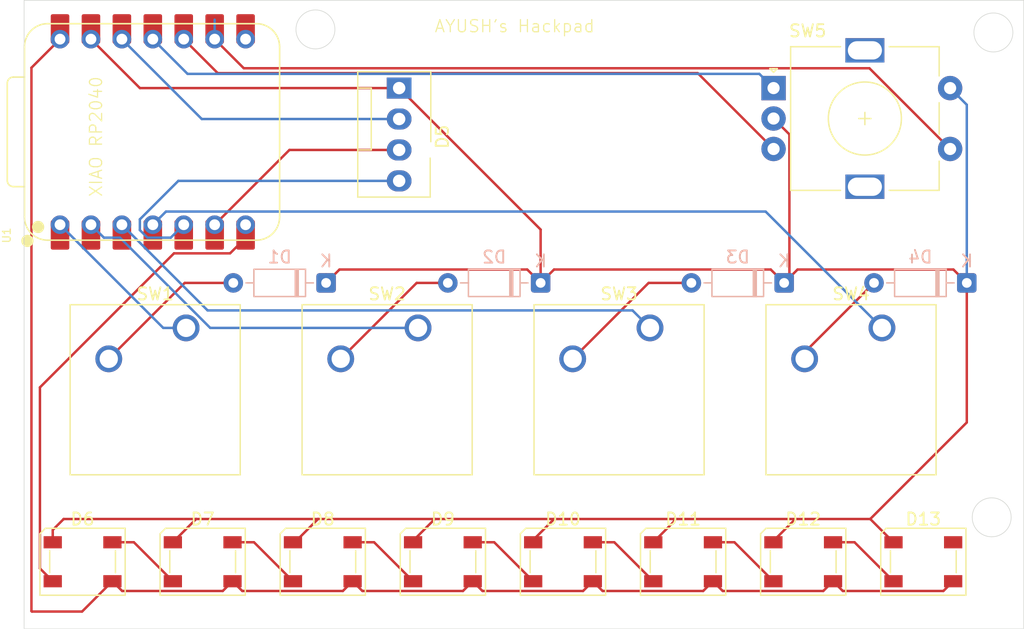
<source format=kicad_pcb>
(kicad_pcb (version 20241229) (generator "pcbnew") (generator_version "9.0")
  (layers (0 "F.Cu" signal) (2 "B.Cu" signal) (13 "F.Paste" user) (15 "B.Paste" user) (5 "F.SilkS" user "F.Silkscreen") (7 "B.SilkS" user "B.Silkscreen") (1 "F.Mask" user) (3 "B.Mask" user) (25 "Edge.Cuts" user))
  (net 0 "")
  (net 1 "+5V")
  (net 2 "GND")
  (net 3 "Net-(D6-DIN)")
  (net 4 "Net-(D1-A)")
  (net 5 "Net-(D2-A)")
  (net 6 "Net-(D3-A)")
  (net 7 "Net-(D4-A)")
  (net 8 "Net-(D6-DOUT)")
  (net 9 "Net-(D7-DOUT)")
  (net 10 "Net-(D8-DOUT)")
  (net 11 "Net-(D10-DIN)")
  (net 12 "Net-(D10-DOUT)")
  (net 13 "Net-(D11-DOUT)")
  (net 14 "Net-(D12-DOUT)")
  (net 16 "Net-(U1-GPIO26{slash}ADC0{slash}A0)")
  (net 17 "Net-(U1-GPIO27{slash}ADC1{slash}A1)")
  (net 18 "Net-(U1-GPIO28{slash}ADC2{slash}A2)")
  (net 19 "Net-(U1-GPIO29{slash}ADC3{slash}A3)")
  (net 20 "Net-(U1-GPIO3{slash}MOSI)")
  (net 21 "Net-(U1-GPIO4{slash}MISO)")
  (net 22 "Net-(U1-GPIO2{slash}SCK)")
  (net 23 "+3.3V")
  (net 25 "Net-(D5-SDA)")
  (net 26 "Net-(D5-SCL)")
  (footprint "LED_SMD:LED_SK6812_PLCC4_5.0x5.0mm_P3.2mm" (layer "F.Cu") (at 142.292429 97.709)
    (property "Reference" "D10" (at 0 -3.5 0) (layer "F.SilkS"))
    (property "Value" "SK6812")
    (fp_line (start -3.5 -2.3) (end -3.5 2.75) (stroke (width 0.12)) (layer "F.SilkS"))
    (fp_line (start -3.05 -2.75) (end -3.5 -2.3) (stroke (width 0.12)) (layer "F.SilkS"))
    (fp_line (start -2.7 -0.9) (end -2.7 0.9) (stroke (width 0.12)) (layer "F.SilkS"))
    (fp_line (start 2.7 -0.9) (end 2.7 0.9) (stroke (width 0.12)) (layer "F.SilkS"))
    (fp_line (start 3.5 -2.75) (end -3.05 -2.75) (stroke (width 0.12)) (layer "F.SilkS"))
    (fp_line (start 3.5 2.75) (end -3.5 2.75) (stroke (width 0.12)) (layer "F.SilkS"))
    (fp_line (start 3.5 2.75) (end 3.5 -2.75) (stroke (width 0.12)) (layer "F.SilkS"))
    (pad "1" smd rect (at -2.45 -1.6 180) (size 1.5 1) (layers "F.Cu" "F.Mask" "F.Paste") (net 2 "GND"))
    (pad "2" smd rect (at -2.45 1.6 180) (size 1.5 1) (layers "F.Cu" "F.Mask" "F.Paste") (net 11 "Net-(D10-DIN)"))
    (pad "3" smd rect (at 2.45 1.6 180) (size 1.5 1) (layers "F.Cu" "F.Mask" "F.Paste") (net 1 "+5V"))
    (pad "4" smd rect (at 2.45 -1.6 180) (size 1.5 1) (layers "F.Cu" "F.Mask" "F.Paste") (net 12 "Net-(D10-DOUT)"))
  )
  (footprint "LED_SMD:LED_SK6812_PLCC4_5.0x5.0mm_P3.2mm" (layer "F.Cu") (at 102.835286 97.709)
    (property "Reference" "D6" (at 0 -3.5 0) (layer "F.SilkS"))
    (property "Value" "SK6812")
    (fp_line (start -3.5 -2.3) (end -3.5 2.75) (stroke (width 0.12)) (layer "F.SilkS"))
    (fp_line (start -3.05 -2.75) (end -3.5 -2.3) (stroke (width 0.12)) (layer "F.SilkS"))
    (fp_line (start -2.7 -0.9) (end -2.7 0.9) (stroke (width 0.12)) (layer "F.SilkS"))
    (fp_line (start 2.7 -0.9) (end 2.7 0.9) (stroke (width 0.12)) (layer "F.SilkS"))
    (fp_line (start 3.5 -2.75) (end -3.05 -2.75) (stroke (width 0.12)) (layer "F.SilkS"))
    (fp_line (start 3.5 2.75) (end -3.5 2.75) (stroke (width 0.12)) (layer "F.SilkS"))
    (fp_line (start 3.5 2.75) (end 3.5 -2.75) (stroke (width 0.12)) (layer "F.SilkS"))
    (pad "1" smd rect (at -2.45 -1.6 180) (size 1.5 1) (layers "F.Cu" "F.Mask" "F.Paste") (net 2 "GND"))
    (pad "2" smd rect (at -2.45 1.6 180) (size 1.5 1) (layers "F.Cu" "F.Mask" "F.Paste") (net 3 "Net-(D6-DIN)"))
    (pad "3" smd rect (at 2.45 1.6 180) (size 1.5 1) (layers "F.Cu" "F.Mask" "F.Paste") (net 1 "+5V"))
    (pad "4" smd rect (at 2.45 -1.6 180) (size 1.5 1) (layers "F.Cu" "F.Mask" "F.Paste") (net 8 "Net-(D6-DOUT)"))
  )
  (footprint "LED_SMD:LED_SK6812_PLCC4_5.0x5.0mm_P3.2mm" (layer "F.Cu") (at 162.021 97.709)
    (property "Reference" "D12" (at 0 -3.5 0) (layer "F.SilkS"))
    (property "Value" "SK6812")
    (fp_line (start -3.5 -2.3) (end -3.5 2.75) (stroke (width 0.12)) (layer "F.SilkS"))
    (fp_line (start -3.05 -2.75) (end -3.5 -2.3) (stroke (width 0.12)) (layer "F.SilkS"))
    (fp_line (start -2.7 -0.9) (end -2.7 0.9) (stroke (width 0.12)) (layer "F.SilkS"))
    (fp_line (start 2.7 -0.9) (end 2.7 0.9) (stroke (width 0.12)) (layer "F.SilkS"))
    (fp_line (start 3.5 -2.75) (end -3.05 -2.75) (stroke (width 0.12)) (layer "F.SilkS"))
    (fp_line (start 3.5 2.75) (end -3.5 2.75) (stroke (width 0.12)) (layer "F.SilkS"))
    (fp_line (start 3.5 2.75) (end 3.5 -2.75) (stroke (width 0.12)) (layer "F.SilkS"))
    (pad "1" smd rect (at -2.45 -1.6 180) (size 1.5 1) (layers "F.Cu" "F.Mask" "F.Paste") (net 2 "GND"))
    (pad "2" smd rect (at -2.45 1.6 180) (size 1.5 1) (layers "F.Cu" "F.Mask" "F.Paste") (net 13 "Net-(D11-DOUT)"))
    (pad "3" smd rect (at 2.45 1.6 180) (size 1.5 1) (layers "F.Cu" "F.Mask" "F.Paste") (net 1 "+5V"))
    (pad "4" smd rect (at 2.45 -1.6 180) (size 1.5 1) (layers "F.Cu" "F.Mask" "F.Paste") (net 14 "Net-(D12-DOUT)"))
  )
  (footprint "Rotary_Encoder:RotaryEncoder_Alps_EC11E-Switch_Vertical_H20mm" (layer "F.Cu") (at 159.585286 58.809)
    (property "Reference" "SW5" (at 2.8 -4.7 0) (layer "F.SilkS"))
    (property "Value" "RotaryEncoder_Switch")
    (fp_line (start -0.3 -1.6) (end 0.3 -1.6) (stroke (width 0.12)) (layer "F.SilkS"))
    (fp_line (start 0 -1.3) (end -0.3 -1.6) (stroke (width 0.12)) (layer "F.SilkS"))
    (fp_line (start 0.3 -1.6) (end 0 -1.3) (stroke (width 0.12)) (layer "F.SilkS"))
    (fp_line (start 1.4 -3.4) (end 1.4 8.4) (stroke (width 0.12)) (layer "F.SilkS"))
    (fp_line (start 5.5 -3.4) (end 1.4 -3.4) (stroke (width 0.12)) (layer "F.SilkS"))
    (fp_line (start 5.5 8.4) (end 1.4 8.4) (stroke (width 0.12)) (layer "F.SilkS"))
    (fp_line (start 7 2.5) (end 8 2.5) (stroke (width 0.12)) (layer "F.SilkS"))
    (fp_line (start 7.5 2) (end 7.5 3) (stroke (width 0.12)) (layer "F.SilkS"))
    (fp_line (start 9.5 -3.4) (end 13.6 -3.4) (stroke (width 0.12)) (layer "F.SilkS"))
    (fp_line (start 13.6 -3.4) (end 13.6 -1) (stroke (width 0.12)) (layer "F.SilkS"))
    (fp_line (start 13.6 1.2) (end 13.6 3.8) (stroke (width 0.12)) (layer "F.SilkS"))
    (fp_line (start 13.6 6) (end 13.6 8.4) (stroke (width 0.12)) (layer "F.SilkS"))
    (fp_line (start 13.6 8.4) (end 9.5 8.4) (stroke (width 0.12)) (layer "F.SilkS"))
    (fp_circle (center 7.5 2.5) (end 10.5 2.5) (stroke (width 0.12)) (fill no) (layer "F.SilkS"))
    (pad "A" thru_hole rect (at 0 0) (size 2 2) (drill 1) (layers "*.Cu" "*.Mask") (net 20 "Net-(U1-GPIO3{slash}MOSI)"))
    (pad "B" thru_hole circle (at 0 5) (size 2 2) (drill 1) (layers "*.Cu" "*.Mask") (net 21 "Net-(U1-GPIO4{slash}MISO)"))
    (pad "C" thru_hole circle (at 0 2.5) (size 2 2) (drill 1) (layers "*.Cu" "*.Mask") (net 2 "GND"))
    (pad "MP" thru_hole rect (at 7.5 -3.1) (size 3.2 2) (drill oval 2.8 1.5) (layers "*.Cu" "*.Mask"))
    (pad "MP" thru_hole rect (at 7.5 8.1) (size 3.2 2) (drill oval 2.8 1.5) (layers "*.Cu" "*.Mask"))
    (pad "S1" thru_hole circle (at 14.5 5) (size 2 2) (drill 1) (layers "*.Cu" "*.Mask") (net 22 "Net-(U1-GPIO2{slash}SCK)"))
    (pad "S2" thru_hole circle (at 14.5 0) (size 2 2) (drill 1) (layers "*.Cu" "*.Mask") (net 2 "GND"))
  )
  (footprint "Button_Switch_Keyboard:SW_Cherry_MX_1.00u_PCB" (layer "F.Cu") (at 149.437786 78.504)
    (property "Reference" "SW3" (at -2.54 -2.794 0) (layer "F.SilkS"))
    (property "Value" "SW_Push")
    (fp_line (start -9.525 -1.905) (end 4.445 -1.905) (stroke (width 0.12)) (layer "F.SilkS"))
    (fp_line (start -9.525 12.065) (end -9.525 -1.905) (stroke (width 0.12)) (layer "F.SilkS"))
    (fp_line (start 4.445 -1.905) (end 4.445 12.065) (stroke (width 0.12)) (layer "F.SilkS"))
    (fp_line (start 4.445 12.065) (end -9.525 12.065) (stroke (width 0.12)) (layer "F.SilkS"))
    (pad "" np_thru_hole circle (at -7.62 5.08) (size 1.7 1.7) (drill 1.7) (layers "*.Cu" "*.Mask"))
    (pad "" np_thru_hole circle (at -2.54 5.08) (size 4 4) (drill 4) (layers "*.Cu" "*.Mask"))
    (pad "" np_thru_hole circle (at 2.54 5.08) (size 1.7 1.7) (drill 1.7) (layers "*.Cu" "*.Mask"))
    (pad "1" thru_hole circle (at 0 0) (size 2.2 2.2) (drill 1.5) (layers "*.Cu" "*.Mask") (net 18 "Net-(U1-GPIO28{slash}ADC2{slash}A2)"))
    (pad "2" thru_hole circle (at -6.35 2.54) (size 2.2 2.2) (drill 1.5) (layers "*.Cu" "*.Mask") (net 6 "Net-(D3-A)"))
  )
  (footprint "LED_SMD:LED_SK6812_PLCC4_5.0x5.0mm_P3.2mm" (layer "F.Cu") (at 171.885286 97.709)
    (property "Reference" "D13" (at 0 -3.5 0) (layer "F.SilkS"))
    (property "Value" "SK6812")
    (fp_line (start -3.5 -2.3) (end -3.5 2.75) (stroke (width 0.12)) (layer "F.SilkS"))
    (fp_line (start -3.05 -2.75) (end -3.5 -2.3) (stroke (width 0.12)) (layer "F.SilkS"))
    (fp_line (start -2.7 -0.9) (end -2.7 0.9) (stroke (width 0.12)) (layer "F.SilkS"))
    (fp_line (start 2.7 -0.9) (end 2.7 0.9) (stroke (width 0.12)) (layer "F.SilkS"))
    (fp_line (start 3.5 -2.75) (end -3.05 -2.75) (stroke (width 0.12)) (layer "F.SilkS"))
    (fp_line (start 3.5 2.75) (end -3.5 2.75) (stroke (width 0.12)) (layer "F.SilkS"))
    (fp_line (start 3.5 2.75) (end 3.5 -2.75) (stroke (width 0.12)) (layer "F.SilkS"))
    (pad "1" smd rect (at -2.45 -1.6 180) (size 1.5 1) (layers "F.Cu" "F.Mask" "F.Paste") (net 2 "GND"))
    (pad "2" smd rect (at -2.45 1.6 180) (size 1.5 1) (layers "F.Cu" "F.Mask" "F.Paste") (net 14 "Net-(D12-DOUT)"))
    (pad "3" smd rect (at 2.45 1.6 180) (size 1.5 1) (layers "F.Cu" "F.Mask" "F.Paste") (net 1 "+5V"))
    (pad "4" smd rect (at 2.45 -1.6 180) (size 1.5 1) (layers "F.Cu" "F.Mask" "F.Paste"))
  )
  (footprint "LED_SMD:LED_SK6812_PLCC4_5.0x5.0mm_P3.2mm" (layer "F.Cu") (at 122.563857 97.709)
    (property "Reference" "D8" (at 0 -3.5 0) (layer "F.SilkS"))
    (property "Value" "SK6812")
    (fp_line (start -3.5 -2.3) (end -3.5 2.75) (stroke (width 0.12)) (layer "F.SilkS"))
    (fp_line (start -3.05 -2.75) (end -3.5 -2.3) (stroke (width 0.12)) (layer "F.SilkS"))
    (fp_line (start -2.7 -0.9) (end -2.7 0.9) (stroke (width 0.12)) (layer "F.SilkS"))
    (fp_line (start 2.7 -0.9) (end 2.7 0.9) (stroke (width 0.12)) (layer "F.SilkS"))
    (fp_line (start 3.5 -2.75) (end -3.05 -2.75) (stroke (width 0.12)) (layer "F.SilkS"))
    (fp_line (start 3.5 2.75) (end -3.5 2.75) (stroke (width 0.12)) (layer "F.SilkS"))
    (fp_line (start 3.5 2.75) (end 3.5 -2.75) (stroke (width 0.12)) (layer "F.SilkS"))
    (pad "1" smd rect (at -2.45 -1.6 180) (size 1.5 1) (layers "F.Cu" "F.Mask" "F.Paste") (net 2 "GND"))
    (pad "2" smd rect (at -2.45 1.6 180) (size 1.5 1) (layers "F.Cu" "F.Mask" "F.Paste") (net 9 "Net-(D7-DOUT)"))
    (pad "3" smd rect (at 2.45 1.6 180) (size 1.5 1) (layers "F.Cu" "F.Mask" "F.Paste") (net 1 "+5V"))
    (pad "4" smd rect (at 2.45 -1.6 180) (size 1.5 1) (layers "F.Cu" "F.Mask" "F.Paste") (net 10 "Net-(D8-DOUT)"))
  )
  (footprint "LED_SMD:LED_SK6812_PLCC4_5.0x5.0mm_P3.2mm" (layer "F.Cu") (at 132.428143 97.709)
    (property "Reference" "D9" (at 0 -3.5 0) (layer "F.SilkS"))
    (property "Value" "SK6812")
    (fp_line (start -3.5 -2.3) (end -3.5 2.75) (stroke (width 0.12)) (layer "F.SilkS"))
    (fp_line (start -3.05 -2.75) (end -3.5 -2.3) (stroke (width 0.12)) (layer "F.SilkS"))
    (fp_line (start -2.7 -0.9) (end -2.7 0.9) (stroke (width 0.12)) (layer "F.SilkS"))
    (fp_line (start 2.7 -0.9) (end 2.7 0.9) (stroke (width 0.12)) (layer "F.SilkS"))
    (fp_line (start 3.5 -2.75) (end -3.05 -2.75) (stroke (width 0.12)) (layer "F.SilkS"))
    (fp_line (start 3.5 2.75) (end -3.5 2.75) (stroke (width 0.12)) (layer "F.SilkS"))
    (fp_line (start 3.5 2.75) (end 3.5 -2.75) (stroke (width 0.12)) (layer "F.SilkS"))
    (pad "1" smd rect (at -2.45 -1.6 180) (size 1.5 1) (layers "F.Cu" "F.Mask" "F.Paste") (net 2 "GND"))
    (pad "2" smd rect (at -2.45 1.6 180) (size 1.5 1) (layers "F.Cu" "F.Mask" "F.Paste") (net 10 "Net-(D8-DOUT)"))
    (pad "3" smd rect (at 2.45 1.6 180) (size 1.5 1) (layers "F.Cu" "F.Mask" "F.Paste") (net 1 "+5V"))
    (pad "4" smd rect (at 2.45 -1.6 180) (size 1.5 1) (layers "F.Cu" "F.Mask" "F.Paste") (net 11 "Net-(D10-DIN)"))
  )
  (footprint "LED_SMD:LED_SK6812_PLCC4_5.0x5.0mm_P3.2mm" (layer "F.Cu") (at 152.156715 97.709)
    (property "Reference" "D11" (at 0 -3.5 0) (layer "F.SilkS"))
    (property "Value" "SK6812")
    (fp_line (start -3.5 -2.3) (end -3.5 2.75) (stroke (width 0.12)) (layer "F.SilkS"))
    (fp_line (start -3.05 -2.75) (end -3.5 -2.3) (stroke (width 0.12)) (layer "F.SilkS"))
    (fp_line (start -2.7 -0.9) (end -2.7 0.9) (stroke (width 0.12)) (layer "F.SilkS"))
    (fp_line (start 2.7 -0.9) (end 2.7 0.9) (stroke (width 0.12)) (layer "F.SilkS"))
    (fp_line (start 3.5 -2.75) (end -3.05 -2.75) (stroke (width 0.12)) (layer "F.SilkS"))
    (fp_line (start 3.5 2.75) (end -3.5 2.75) (stroke (width 0.12)) (layer "F.SilkS"))
    (fp_line (start 3.5 2.75) (end 3.5 -2.75) (stroke (width 0.12)) (layer "F.SilkS"))
    (pad "1" smd rect (at -2.45 -1.6 180) (size 1.5 1) (layers "F.Cu" "F.Mask" "F.Paste") (net 2 "GND"))
    (pad "2" smd rect (at -2.45 1.6 180) (size 1.5 1) (layers "F.Cu" "F.Mask" "F.Paste") (net 12 "Net-(D10-DOUT)"))
    (pad "3" smd rect (at 2.45 1.6 180) (size 1.5 1) (layers "F.Cu" "F.Mask" "F.Paste") (net 1 "+5V"))
    (pad "4" smd rect (at 2.45 -1.6 180) (size 1.5 1) (layers "F.Cu" "F.Mask" "F.Paste") (net 13 "Net-(D11-DOUT)"))
  )
  (footprint "Button_Switch_Keyboard:SW_Cherry_MX_1.00u_PCB" (layer "F.Cu") (at 130.387786 78.504)
    (property "Reference" "SW2" (at -2.54 -2.794 0) (layer "F.SilkS"))
    (property "Value" "SW_Push")
    (fp_line (start -9.525 -1.905) (end 4.445 -1.905) (stroke (width 0.12)) (layer "F.SilkS"))
    (fp_line (start -9.525 12.065) (end -9.525 -1.905) (stroke (width 0.12)) (layer "F.SilkS"))
    (fp_line (start 4.445 -1.905) (end 4.445 12.065) (stroke (width 0.12)) (layer "F.SilkS"))
    (fp_line (start 4.445 12.065) (end -9.525 12.065) (stroke (width 0.12)) (layer "F.SilkS"))
    (pad "" np_thru_hole circle (at -7.62 5.08) (size 1.7 1.7) (drill 1.7) (layers "*.Cu" "*.Mask"))
    (pad "" np_thru_hole circle (at -2.54 5.08) (size 4 4) (drill 4) (layers "*.Cu" "*.Mask"))
    (pad "" np_thru_hole circle (at 2.54 5.08) (size 1.7 1.7) (drill 1.7) (layers "*.Cu" "*.Mask"))
    (pad "1" thru_hole circle (at 0 0) (size 2.2 2.2) (drill 1.5) (layers "*.Cu" "*.Mask") (net 17 "Net-(U1-GPIO27{slash}ADC1{slash}A1)"))
    (pad "2" thru_hole circle (at -6.35 2.54) (size 2.2 2.2) (drill 1.5) (layers "*.Cu" "*.Mask") (net 5 "Net-(D2-A)"))
  )
  (footprint "Seeed Studio XIAO Series Library:XIAO-RP2040-DIP" (layer "F.Cu") (at 108.603786 62.409 90)
    (property "Reference" "U1" (at -8.5 -12 90) (layer "F.SilkS") (effects (font (size 0.635 0.635) (thickness 0.1016))))
    (property "Value" "XIAO-RP2040-DIP")
    (fp_line (start -3.991272 -11.951) (end 4.004 -11.951) (stroke (width 0.127)) (layer "F.SilkS"))
    (fp_line (start 4.504 -11.451) (end 4.504 -10.541) (stroke (width 0.127)) (layer "F.SilkS"))
    (fp_line (start 6.985 -10.541) (end -6.985 -10.541) (stroke (width 0.1)) (layer "F.SilkS"))
    (fp_line (start 6.985 -10.541) (end -6.985 -10.541) (stroke (width 0.127)) (layer "F.SilkS"))
    (fp_line (start -4.495 -10.541) (end -4.491272 -11.451272) (stroke (width 0.127)) (layer "F.SilkS"))
    (fp_line (start 8.89 8.509) (end 8.89 -8.636) (stroke (width 0.127)) (layer "F.SilkS"))
    (fp_line (start -8.89 8.509) (end -8.89 -8.636) (stroke (width 0.127)) (layer "F.SilkS"))
    (fp_line (start -6.985 10.414) (end 6.985 10.414) (stroke (width 0.127)) (layer "F.SilkS"))
    (fp_arc (start 4.004 -11.951) (mid 4.357553 -11.804553) (end 4.504 -11.451) (stroke (width 0.127)) (layer "F.SilkS"))
    (fp_arc (start -4.491272 -11.451272) (mid -4.344728 -11.80464) (end -3.991272 -11.951) (stroke (width 0.127)) (layer "F.SilkS"))
    (fp_arc (start 6.985 -10.541) (mid 8.332038 -9.983038) (end 8.89 -8.636) (stroke (width 0.127)) (layer "F.SilkS"))
    (fp_arc (start -8.89 -8.636) (mid -8.332038 -9.983038) (end -6.985 -10.541) (stroke (width 0.127)) (layer "F.SilkS"))
    (fp_arc (start 8.89 8.509) (mid 8.332038 9.856038) (end 6.985 10.414) (stroke (width 0.127)) (layer "F.SilkS"))
    (fp_arc (start -6.985 10.414) (mid -8.332038 9.856038) (end -8.89 8.509) (stroke (width 0.127)) (layer "F.SilkS"))
    (fp_circle (center -8.95 -10.3) (end -8.95 -10.554) (stroke (width 0.5)) (fill yes) (layer "F.SilkS"))
    (fp_circle (center -7.807 -9.42) (end -7.807 -9.674) (stroke (width 0.5)) (fill yes) (layer "F.SilkS"))
    (pad "1" smd roundrect (at -8.455 -7.62 270) (size 2.432 1.524) (layers "F.Cu" "F.Mask") (roundrect_rratio 0.1) (net 16 "Net-(U1-GPIO26{slash}ADC0{slash}A0)"))
    (pad "1" thru_hole circle (at -7.62 -7.62 270) (size 1.524 1.524) (drill 0.889) (layers "*.Cu" "*.Mask") (net 16 "Net-(U1-GPIO26{slash}ADC0{slash}A0)"))
    (pad "2" smd roundrect (at -8.455 -5.08 270) (size 2.432 1.524) (layers "F.Cu" "F.Mask") (roundrect_rratio 0.1) (net 17 "Net-(U1-GPIO27{slash}ADC1{slash}A1)"))
    (pad "2" thru_hole circle (at -7.62 -5.08 270) (size 1.524 1.524) (drill 0.889) (layers "*.Cu" "*.Mask") (net 17 "Net-(U1-GPIO27{slash}ADC1{slash}A1)"))
    (pad "3" smd roundrect (at -8.455 -2.54 270) (size 2.432 1.524) (layers "F.Cu" "F.Mask") (roundrect_rratio 0.1) (net 18 "Net-(U1-GPIO28{slash}ADC2{slash}A2)"))
    (pad "3" thru_hole circle (at -7.62 -2.54 270) (size 1.524 1.524) (drill 0.889) (layers "*.Cu" "*.Mask") (net 18 "Net-(U1-GPIO28{slash}ADC2{slash}A2)"))
    (pad "4" smd roundrect (at -8.455 0 270) (size 2.432 1.524) (layers "F.Cu" "F.Mask") (roundrect_rratio 0.1) (net 19 "Net-(U1-GPIO29{slash}ADC3{slash}A3)"))
    (pad "4" thru_hole circle (at -7.62 0 270) (size 1.524 1.524) (drill 0.889) (layers "*.Cu" "*.Mask") (net 19 "Net-(U1-GPIO29{slash}ADC3{slash}A3)"))
    (pad "5" smd roundrect (at -8.455 2.54 270) (size 2.432 1.524) (layers "F.Cu" "F.Mask") (roundrect_rratio 0.1) (net 25 "Net-(D5-SDA)"))
    (pad "5" thru_hole circle (at -7.62 2.54 270) (size 1.524 1.524) (drill 0.889) (layers "*.Cu" "*.Mask") (net 25 "Net-(D5-SDA)"))
    (pad "6" smd roundrect (at -8.455 5.08 270) (size 2.432 1.524) (layers "F.Cu" "F.Mask") (roundrect_rratio 0.1) (net 26 "Net-(D5-SCL)"))
    (pad "6" thru_hole circle (at -7.62 5.08 270) (size 1.524 1.524) (drill 0.889) (layers "*.Cu" "*.Mask") (net 26 "Net-(D5-SCL)"))
    (pad "7" smd roundrect (at -8.455 7.62 270) (size 2.432 1.524) (layers "F.Cu" "F.Mask") (roundrect_rratio 0.1) (net 3 "Net-(D6-DIN)"))
    (pad "7" thru_hole circle (at -7.62 7.62 270) (size 1.524 1.524) (drill 0.889) (layers "*.Cu" "*.Mask") (net 3 "Net-(D6-DIN)"))
    (pad "8" thru_hole circle (at 7.62 7.62 90) (size 1.524 1.524) (drill 0.889) (layers "*.Cu" "*.Mask"))
    (pad "8" smd roundrect (at 8.455 7.62 90) (size 2.432 1.524) (layers "F.Cu" "F.Mask") (roundrect_rratio 0.1))
    (pad "9" thru_hole circle (at 7.62 5.08 90) (size 1.524 1.524) (drill 0.889) (layers "*.Cu" "*.Mask") (net 22 "Net-(U1-GPIO2{slash}SCK)"))
    (pad "9" smd roundrect (at 8.455 5.08 90) (size 2.432 1.524) (layers "F.Cu" "F.Mask") (roundrect_rratio 0.1) (net 22 "Net-(U1-GPIO2{slash}SCK)"))
    (pad "10" thru_hole circle (at 7.62 2.54 90) (size 1.524 1.524) (drill 0.889) (layers "*.Cu" "*.Mask") (net 21 "Net-(U1-GPIO4{slash}MISO)"))
    (pad "10" smd roundrect (at 8.455 2.54 90) (size 2.432 1.524) (layers "F.Cu" "F.Mask") (roundrect_rratio 0.1) (net 21 "Net-(U1-GPIO4{slash}MISO)"))
    (pad "11" thru_hole circle (at 7.62 0 90) (size 1.524 1.524) (drill 0.889) (layers "*.Cu" "*.Mask") (net 20 "Net-(U1-GPIO3{slash}MOSI)"))
    (pad "11" smd roundrect (at 8.455 0 90) (size 2.432 1.524) (layers "F.Cu" "F.Mask") (roundrect_rratio 0.1) (net 20 "Net-(U1-GPIO3{slash}MOSI)"))
    (pad "12" thru_hole circle (at 7.62 -2.54 90) (size 1.524 1.524) (drill 0.889) (layers "*.Cu" "*.Mask") (net 23 "+3.3V"))
    (pad "12" smd roundrect (at 8.455 -2.54 90) (size 2.432 1.524) (layers "F.Cu" "F.Mask") (roundrect_rratio 0.1) (net 23 "+3.3V"))
    (pad "13" thru_hole circle (at 7.62 -5.08 90) (size 1.524 1.524) (drill 0.889) (layers "*.Cu" "*.Mask") (net 2 "GND"))
    (pad "13" smd roundrect (at 8.455 -5.08 90) (size 2.432 1.524) (layers "F.Cu" "F.Mask") (roundrect_rratio 0.1) (net 2 "GND"))
    (pad "14" thru_hole circle (at 7.62 -7.62 90) (size 1.524 1.524) (drill 0.889) (layers "*.Cu" "*.Mask") (net 1 "+5V"))
    (pad "14" smd roundrect (at 8.455 -7.62 90) (size 2.432 1.524) (layers "F.Cu" "F.Mask") (roundrect_rratio 0.1) (net 1 "+5V"))
  )
  (footprint "Connector:FanPinHeader_1x04_P2.54mm_Vertical" (layer "F.Cu") (at 128.835286 58.809 -90)
    (property "Reference" "D5" (at 4 -3.55 270) (layer "F.SilkS"))
    (property "Value" "OLED_0.91_I2C")
    (fp_line (start -1.35 3.4) (end -1.35 -2.6) (stroke (width 0.12)) (layer "F.SilkS"))
    (fp_line (start 8.95 3.4) (end -1.35 3.4) (stroke (width 0.12)) (layer "F.SilkS"))
    (fp_line (start 0 3.3) (end 0 2.29) (stroke (width 0.12)) (layer "F.SilkS"))
    (fp_line (start 0 2.29) (end 5.08 2.29) (stroke (width 0.12)) (layer "F.SilkS"))
    (fp_line (start 5.08 2.29) (end 5.08 3.3) (stroke (width 0.12)) (layer "F.SilkS"))
    (fp_line (start 5.75 -2.55) (end 8.95 -2.55) (stroke (width 0.12)) (layer "F.SilkS"))
    (fp_line (start 8.95 -2.55) (end 8.95 3.4) (stroke (width 0.12)) (layer "F.SilkS"))
    (fp_line (start -1.35 -2.6) (end 4.4 -2.6) (stroke (width 0.12)) (layer "F.SilkS"))
    (pad "" np_thru_hole circle (at 5.08 -2.16) (size 1.1 1.1) (drill 1.1) (layers "*.Cu" "*.Mask"))
    (pad "1" thru_hole rect (at 0 0) (size 2.03 1.73) (drill 1.02) (layers "*.Cu" "*.Mask") (net 2 "GND"))
    (pad "2" thru_hole oval (at 2.54 0) (size 2.03 1.73) (drill 1.02) (layers "*.Cu" "*.Mask") (net 23 "+3.3V"))
    (pad "3" thru_hole oval (at 5.08 0) (size 2.03 1.73) (drill 1.02) (layers "*.Cu" "*.Mask") (net 26 "Net-(D5-SCL)"))
    (pad "4" thru_hole oval (at 7.62 0) (size 2.03 1.73) (drill 1.02) (layers "*.Cu" "*.Mask") (net 25 "Net-(D5-SDA)"))
  )
  (footprint "Button_Switch_Keyboard:SW_Cherry_MX_1.00u_PCB" (layer "F.Cu") (at 111.337786 78.504)
    (property "Reference" "SW1" (at -2.54 -2.794 0) (layer "F.SilkS"))
    (property "Value" "SW_Push")
    (fp_line (start -9.525 -1.905) (end 4.445 -1.905) (stroke (width 0.12)) (layer "F.SilkS"))
    (fp_line (start -9.525 12.065) (end -9.525 -1.905) (stroke (width 0.12)) (layer "F.SilkS"))
    (fp_line (start 4.445 -1.905) (end 4.445 12.065) (stroke (width 0.12)) (layer "F.SilkS"))
    (fp_line (start 4.445 12.065) (end -9.525 12.065) (stroke (width 0.12)) (layer "F.SilkS"))
    (pad "" np_thru_hole circle (at -7.62 5.08) (size 1.7 1.7) (drill 1.7) (layers "*.Cu" "*.Mask"))
    (pad "" np_thru_hole circle (at -2.54 5.08) (size 4 4) (drill 4) (layers "*.Cu" "*.Mask"))
    (pad "" np_thru_hole circle (at 2.54 5.08) (size 1.7 1.7) (drill 1.7) (layers "*.Cu" "*.Mask"))
    (pad "1" thru_hole circle (at 0 0) (size 2.2 2.2) (drill 1.5) (layers "*.Cu" "*.Mask") (net 16 "Net-(U1-GPIO26{slash}ADC0{slash}A0)"))
    (pad "2" thru_hole circle (at -6.35 2.54) (size 2.2 2.2) (drill 1.5) (layers "*.Cu" "*.Mask") (net 4 "Net-(D1-A)"))
  )
  (footprint "Button_Switch_Keyboard:SW_Cherry_MX_1.00u_PCB" (layer "F.Cu") (at 168.487786 78.504)
    (property "Reference" "SW4" (at -2.54 -2.794 0) (layer "F.SilkS"))
    (property "Value" "SW_Push")
    (fp_line (start -9.525 -1.905) (end 4.445 -1.905) (stroke (width 0.12)) (layer "F.SilkS"))
    (fp_line (start -9.525 12.065) (end -9.525 -1.905) (stroke (width 0.12)) (layer "F.SilkS"))
    (fp_line (start 4.445 -1.905) (end 4.445 12.065) (stroke (width 0.12)) (layer "F.SilkS"))
    (fp_line (start 4.445 12.065) (end -9.525 12.065) (stroke (width 0.12)) (layer "F.SilkS"))
    (pad "" np_thru_hole circle (at -7.62 5.08) (size 1.7 1.7) (drill 1.7) (layers "*.Cu" "*.Mask"))
    (pad "" np_thru_hole circle (at -2.54 5.08) (size 4 4) (drill 4) (layers "*.Cu" "*.Mask"))
    (pad "" np_thru_hole circle (at 2.54 5.08) (size 1.7 1.7) (drill 1.7) (layers "*.Cu" "*.Mask"))
    (pad "1" thru_hole circle (at 0 0) (size 2.2 2.2) (drill 1.5) (layers "*.Cu" "*.Mask") (net 19 "Net-(U1-GPIO29{slash}ADC3{slash}A3)"))
    (pad "2" thru_hole circle (at -6.35 2.54) (size 2.2 2.2) (drill 1.5) (layers "*.Cu" "*.Mask") (net 7 "Net-(D4-A)"))
  )
  (footprint "LED_SMD:LED_SK6812_PLCC4_5.0x5.0mm_P3.2mm" (layer "F.Cu") (at 112.699572 97.709)
    (property "Reference" "D7" (at 0 -3.5 0) (layer "F.SilkS"))
    (property "Value" "SK6812")
    (fp_line (start -3.5 -2.3) (end -3.5 2.75) (stroke (width 0.12)) (layer "F.SilkS"))
    (fp_line (start -3.05 -2.75) (end -3.5 -2.3) (stroke (width 0.12)) (layer "F.SilkS"))
    (fp_line (start -2.7 -0.9) (end -2.7 0.9) (stroke (width 0.12)) (layer "F.SilkS"))
    (fp_line (start 2.7 -0.9) (end 2.7 0.9) (stroke (width 0.12)) (layer "F.SilkS"))
    (fp_line (start 3.5 -2.75) (end -3.05 -2.75) (stroke (width 0.12)) (layer "F.SilkS"))
    (fp_line (start 3.5 2.75) (end -3.5 2.75) (stroke (width 0.12)) (layer "F.SilkS"))
    (fp_line (start 3.5 2.75) (end 3.5 -2.75) (stroke (width 0.12)) (layer "F.SilkS"))
    (pad "1" smd rect (at -2.45 -1.6 180) (size 1.5 1) (layers "F.Cu" "F.Mask" "F.Paste") (net 2 "GND"))
    (pad "2" smd rect (at -2.45 1.6 180) (size 1.5 1) (layers "F.Cu" "F.Mask" "F.Paste") (net 8 "Net-(D6-DOUT)"))
    (pad "3" smd rect (at 2.45 1.6 180) (size 1.5 1) (layers "F.Cu" "F.Mask" "F.Paste") (net 1 "+5V"))
    (pad "4" smd rect (at 2.45 -1.6 180) (size 1.5 1) (layers "F.Cu" "F.Mask" "F.Paste") (net 9 "Net-(D7-DOUT)"))
  )
  (footprint "Diode_THT:D_DO-35_SOD27_P7.62mm_Horizontal" (layer "B.Cu") (at 140.455286 74.809 180)
    (property "Reference" "D2" (at 3.81 2.12 0) (layer "B.SilkS") (effects (justify mirror)))
    (property "Value" "1N4148")
    (fp_line (start 6.58 0) (end 5.93 0) (stroke (width 0.12)) (layer "B.SilkS"))
    (fp_line (start 2.53 1.12) (end 2.53 -1.12) (stroke (width 0.12)) (layer "B.SilkS"))
    (fp_line (start 2.41 1.12) (end 2.41 -1.12) (stroke (width 0.12)) (layer "B.SilkS"))
    (fp_line (start 2.29 1.12) (end 2.29 -1.12) (stroke (width 0.12)) (layer "B.SilkS"))
    (fp_line (start 1.04 0) (end 1.69 0) (stroke (width 0.12)) (layer "B.SilkS"))
    (fp_rect (start 1.69 1.12) (end 5.93 -1.12) (stroke (width 0.12)) (fill no) (layer "B.SilkS"))
    (fp_text user "K" (at 0 1.8 0) (layer "B.SilkS") (effects (justify mirror)))
    (pad "1" thru_hole roundrect (at 0 0 180) (size 1.6 1.6) (drill 0.8) (layers "*.Cu" "*.Mask") (roundrect_rratio 0.15625) (net 2 "GND"))
    (pad "2" thru_hole circle (at 7.62 0 180) (size 1.6 1.6) (drill 0.8) (layers "*.Cu" "*.Mask") (net 5 "Net-(D2-A)"))
  )
  (footprint "Diode_THT:D_DO-35_SOD27_P7.62mm_Horizontal" (layer "B.Cu") (at 175.455286 74.809 180)
    (property "Reference" "D4" (at 3.81 2.12 0) (layer "B.SilkS") (effects (justify mirror)))
    (property "Value" "1N4148")
    (fp_line (start 6.58 0) (end 5.93 0) (stroke (width 0.12)) (layer "B.SilkS"))
    (fp_line (start 2.53 1.12) (end 2.53 -1.12) (stroke (width 0.12)) (layer "B.SilkS"))
    (fp_line (start 2.41 1.12) (end 2.41 -1.12) (stroke (width 0.12)) (layer "B.SilkS"))
    (fp_line (start 2.29 1.12) (end 2.29 -1.12) (stroke (width 0.12)) (layer "B.SilkS"))
    (fp_line (start 1.04 0) (end 1.69 0) (stroke (width 0.12)) (layer "B.SilkS"))
    (fp_rect (start 1.69 1.12) (end 5.93 -1.12) (stroke (width 0.12)) (fill no) (layer "B.SilkS"))
    (fp_text user "K" (at 0 1.8 0) (layer "B.SilkS") (effects (justify mirror)))
    (pad "1" thru_hole roundrect (at 0 0 180) (size 1.6 1.6) (drill 0.8) (layers "*.Cu" "*.Mask") (roundrect_rratio 0.15625) (net 2 "GND"))
    (pad "2" thru_hole circle (at 7.62 0 180) (size 1.6 1.6) (drill 0.8) (layers "*.Cu" "*.Mask") (net 7 "Net-(D4-A)"))
  )
  (footprint "Diode_THT:D_DO-35_SOD27_P7.62mm_Horizontal" (layer "B.Cu") (at 122.835286 74.809 180)
    (property "Reference" "D1" (at 3.81 2.12 0) (layer "B.SilkS") (effects (justify mirror)))
    (property "Value" "1N4148")
    (fp_line (start 6.58 0) (end 5.93 0) (stroke (width 0.12)) (layer "B.SilkS"))
    (fp_line (start 2.53 1.12) (end 2.53 -1.12) (stroke (width 0.12)) (layer "B.SilkS"))
    (fp_line (start 2.41 1.12) (end 2.41 -1.12) (stroke (width 0.12)) (layer "B.SilkS"))
    (fp_line (start 2.29 1.12) (end 2.29 -1.12) (stroke (width 0.12)) (layer "B.SilkS"))
    (fp_line (start 1.04 0) (end 1.69 0) (stroke (width 0.12)) (layer "B.SilkS"))
    (fp_rect (start 1.69 1.12) (end 5.93 -1.12) (stroke (width 0.12)) (fill no) (layer "B.SilkS"))
    (fp_text user "K" (at 0 1.8 0) (layer "B.SilkS") (effects (justify mirror)))
    (pad "1" thru_hole roundrect (at 0 0 180) (size 1.6 1.6) (drill 0.8) (layers "*.Cu" "*.Mask") (roundrect_rratio 0.15625) (net 2 "GND"))
    (pad "2" thru_hole circle (at 7.62 0 180) (size 1.6 1.6) (drill 0.8) (layers "*.Cu" "*.Mask") (net 4 "Net-(D1-A)"))
  )
  (footprint "Diode_THT:D_DO-35_SOD27_P7.62mm_Horizontal" (layer "B.Cu") (at 160.455286 74.809 180)
    (property "Reference" "D3" (at 3.81 2.12 0) (layer "B.SilkS") (effects (justify mirror)))
    (property "Value" "1N4148")
    (fp_line (start 6.58 0) (end 5.93 0) (stroke (width 0.12)) (layer "B.SilkS"))
    (fp_line (start 2.53 1.12) (end 2.53 -1.12) (stroke (width 0.12)) (layer "B.SilkS"))
    (fp_line (start 2.41 1.12) (end 2.41 -1.12) (stroke (width 0.12)) (layer "B.SilkS"))
    (fp_line (start 2.29 1.12) (end 2.29 -1.12) (stroke (width 0.12)) (layer "B.SilkS"))
    (fp_line (start 1.04 0) (end 1.69 0) (stroke (width 0.12)) (layer "B.SilkS"))
    (fp_rect (start 1.69 1.12) (end 5.93 -1.12) (stroke (width 0.12)) (fill no) (layer "B.SilkS"))
    (fp_text user "K" (at 0 1.8 0) (layer "B.SilkS") (effects (justify mirror)))
    (pad "1" thru_hole roundrect (at 0 0 180) (size 1.6 1.6) (drill 0.8) (layers "*.Cu" "*.Mask") (roundrect_rratio 0.15625) (net 2 "GND"))
    (pad "2" thru_hole circle (at 7.62 0 180) (size 1.6 1.6) (drill 0.8) (layers "*.Cu" "*.Mask") (net 6 "Net-(D3-A)"))
  )
  (gr_rect (start 98.035286 51.599) (end 180.135286 103.209) (stroke (width 0.05)) (fill no) (layer "Edge.Cuts"))
  (gr_circle (center 121.96 53.99) (end 123.56 53.99) (stroke (width 0.05)) (fill no) (layer "Edge.Cuts"))
  (gr_circle (center 177.5 94.06) (end 179.1 94.06) (stroke (width 0.05)) (fill no) (layer "Edge.Cuts"))
  (gr_circle (center 177.64 54.24) (end 179.24 54.24) (stroke (width 0.05)) (fill no) (layer "Edge.Cuts"))
  (gr_text "AYUSH's Hackpad" (at 131.685286 54.309 0) (layer "F.SilkS") (effects (font (size 1 1) (thickness 0.1)) (justify left bottom)))
  (gr_text "XIAO RP2040" (at 104.525286 67.809 90) (layer "F.SilkS") (effects (font (size 1 1) (thickness 0.1)) (justify left bottom)))
  (segment (start 102.795286 101.799) (end 98.675286 101.799) (width 0.2) (layer "F.Cu") (net 1))
  (segment (start 125.013857 99.309) (end 125.814857 100.11) (width 0.2) (layer "F.Cu") (net 1))
  (segment (start 155.407715 100.11) (end 163.67 100.11) (width 0.2) (layer "F.Cu") (net 1))
  (segment (start 163.67 100.11) (end 164.471 99.309) (width 0.2) (layer "F.Cu") (net 1))
  (segment (start 105.285286 99.309) (end 106.086286 100.11) (width 0.2) (layer "F.Cu") (net 1))
  (segment (start 114.348572 100.11) (end 115.149572 99.309) (width 0.2) (layer "F.Cu") (net 1))
  (segment (start 165.272 100.11) (end 173.534286 100.11) (width 0.2) (layer "F.Cu") (net 1))
  (segment (start 153.805715 100.11) (end 154.606715 99.309) (width 0.2) (layer "F.Cu") (net 1))
  (segment (start 173.534286 100.11) (end 174.335286 99.309) (width 0.2) (layer "F.Cu") (net 1))
  (segment (start 98.675286 101.799) (end 98.636286 101.76) (width 0.2) (layer "F.Cu") (net 1))
  (segment (start 164.471 99.309) (end 165.272 100.11) (width 0.2) (layer "F.Cu") (net 1))
  (segment (start 98.636286 57.1365) (end 100.983786 54.789) (width 0.2) (layer "F.Cu") (net 1))
  (segment (start 143.941429 100.11) (end 144.742429 99.309) (width 0.2) (layer "F.Cu") (net 1))
  (segment (start 105.285286 99.309) (end 102.795286 101.799) (width 0.2) (layer "F.Cu") (net 1))
  (segment (start 105.285286 99.309) (end 105.535286 99.309) (width 0.2) (layer "F.Cu") (net 1))
  (segment (start 145.543429 100.11) (end 153.805715 100.11) (width 0.2) (layer "F.Cu") (net 1))
  (segment (start 115.950572 100.11) (end 115.149572 99.309) (width 0.2) (layer "F.Cu") (net 1))
  (segment (start 98.636286 101.76) (end 98.636286 57.1365) (width 0.2) (layer "F.Cu") (net 1))
  (segment (start 124.212857 100.11) (end 125.013857 99.309) (width 0.2) (layer "F.Cu") (net 1))
  (segment (start 144.742429 99.309) (end 145.543429 100.11) (width 0.2) (layer "F.Cu") (net 1))
  (segment (start 125.814857 100.11) (end 134.077143 100.11) (width 0.2) (layer "F.Cu") (net 1))
  (segment (start 106.086286 100.11) (end 114.348572 100.11) (width 0.2) (layer "F.Cu") (net 1))
  (segment (start 135.679143 100.11) (end 143.941429 100.11) (width 0.2) (layer "F.Cu") (net 1))
  (segment (start 154.606715 99.309) (end 155.407715 100.11) (width 0.2) (layer "F.Cu") (net 1))
  (segment (start 134.878143 99.309) (end 135.679143 100.11) (width 0.2) (layer "F.Cu") (net 1))
  (segment (start 115.950572 100.11) (end 124.212857 100.11) (width 0.2) (layer "F.Cu") (net 1))
  (segment (start 134.077143 100.11) (end 134.878143 99.309) (width 0.2) (layer "F.Cu") (net 1))
  (segment (start 129.978143 96.109) (end 129.978143 95.986143) (width 0.2) (layer "F.Cu") (net 2))
  (segment (start 101.275286 94.209) (end 100.385286 95.099) (width 0.2) (layer "F.Cu") (net 2))
  (segment (start 122.175286 94.199) (end 112.159572 94.199) (width 0.2) (layer "F.Cu") (net 2))
  (segment (start 167.525286 94.199) (end 175.455286 86.269) (width 0.2) (layer "F.Cu") (net 2))
  (segment (start 160.455286 74.809) (end 159.354286 73.708) (width 0.2) (layer "F.Cu") (net 2))
  (segment (start 161.556286 73.708) (end 160.455286 74.809) (width 0.2) (layer "F.Cu") (net 2))
  (segment (start 167.525286 94.199) (end 161.375286 94.199) (width 0.2) (layer "F.Cu") (net 2))
  (segment (start 139.842429 96.109) (end 139.842429 95.921857) (width 0.2) (layer "F.Cu") (net 2))
  (segment (start 149.706715 96.109) (end 151.415286 94.400429) (width 0.2) (layer "F.Cu") (net 2))
  (segment (start 139.842429 95.921857) (end 141.565286 94.199) (width 0.2) (layer "F.Cu") (net 2))
  (segment (start 100.385286 95.099) (end 100.385286 96.109) (width 0.2) (layer "F.Cu") (net 2))
  (segment (start 159.571 96.003286) (end 161.375286 94.199) (width 0.2) (layer "F.Cu") (net 2))
  (segment (start 160.886286 74.378) (end 160.455286 74.809) (width 0.2) (layer "F.Cu") (net 2))
  (segment (start 159.571 96.109) (end 159.571 96.003286) (width 0.2) (layer "F.Cu") (net 2))
  (segment (start 140.455286 70.429) (end 128.835286 58.809) (width 0.2) (layer "F.Cu") (net 2))
  (segment (start 112.159572 94.199) (end 101.275286 94.199) (width 0.2) (layer "F.Cu") (net 2))
  (segment (start 140.455286 74.809) (end 139.354286 73.708) (width 0.2) (layer "F.Cu") (net 2))
  (segment (start 174.354286 73.708) (end 161.556286 73.708) (width 0.2) (layer "F.Cu") (net 2))
  (segment (start 140.455286 74.809) (end 140.455286 70.429) (width 0.2) (layer "F.Cu") (net 2))
  (segment (start 139.354286 73.708) (end 123.936286 73.708) (width 0.2) (layer "F.Cu") (net 2))
  (segment (start 101.275286 94.199) (end 101.275286 94.209) (width 0.2) (layer "F.Cu") (net 2))
  (segment (start 129.978143 95.986143) (end 131.765286 94.199) (width 0.2) (layer "F.Cu") (net 2))
  (segment (start 120.113857 96.109) (end 120.265286 96.109) (width 0.2) (layer "F.Cu") (net 2))
  (segment (start 120.265286 96.109) (end 122.175286 94.199) (width 0.2) (layer "F.Cu") (net 2))
  (segment (start 159.354286 73.708) (end 141.556286 73.708) (width 0.2) (layer "F.Cu") (net 2))
  (segment (start 122.835286 74.809) (end 122.835286 74.1005) (width 0.2) (layer "F.Cu") (net 2))
  (segment (start 151.415286 94.199) (end 141.565286 94.199) (width 0.2) (layer "F.Cu") (net 2))
  (segment (start 175.455286 74.809) (end 174.354286 73.708) (width 0.2) (layer "F.Cu") (net 2))
  (segment (start 128.835286 58.809) (end 107.543786 58.809) (width 0.2) (layer "F.Cu") (net 2))
  (segment (start 141.565286 94.199) (end 131.765286 94.199) (width 0.2) (layer "F.Cu") (net 2))
  (segment (start 131.765286 94.199) (end 122.175286 94.199) (width 0.2) (layer "F.Cu") (net 2))
  (segment (start 151.415286 94.400429) (end 151.415286 94.199) (width 0.2) (layer "F.Cu") (net 2))
  (segment (start 123.936286 73.708) (end 122.835286 74.809) (width 0.2) (layer "F.Cu") (net 2))
  (segment (start 141.556286 73.708) (end 140.455286 74.809) (width 0.2) (layer "F.Cu") (net 2))
  (segment (start 110.249572 96.109) (end 112.159572 94.199) (width 0.2) (layer "F.Cu") (net 2))
  (segment (start 107.543786 58.809) (end 103.523786 54.789) (width 0.2) (layer "F.Cu") (net 2))
  (segment (start 161.375286 94.199) (end 151.415286 94.199) (width 0.2) (layer "F.Cu") (net 2))
  (segment (start 160.886286 62.61) (end 160.886286 74.378) (width 0.2) (layer "F.Cu") (net 2))
  (segment (start 175.455286 86.269) (end 175.455286 74.809) (width 0.2) (layer "F.Cu") (net 2))
  (segment (start 159.585286 61.309) (end 160.886286 62.61) (width 0.2) (layer "F.Cu") (net 2))
  (segment (start 169.435286 96.109) (end 167.525286 94.199) (width 0.2) (layer "F.Cu") (net 2))
  (segment (start 175.455286 60.179) (end 175.455286 74.809) (width 0.2) (layer "B.Cu") (net 2))
  (segment (start 174.085286 58.809) (end 175.455286 60.179) (width 0.2) (layer "B.Cu") (net 2))
  (segment (start 99.334286 83.388874) (end 99.334286 98.258) (width 0.2) (layer "F.Cu") (net 3))
  (segment (start 116.223786 71.10663) (end 114.949416 72.381) (width 0.2) (layer "F.Cu") (net 3))
  (segment (start 110.34216 72.381) (end 99.334286 83.388874) (width 0.2) (layer "F.Cu") (net 3))
  (segment (start 114.949416 72.381) (end 110.34216 72.381) (width 0.2) (layer "F.Cu") (net 3))
  (segment (start 116.223786 70.029) (end 116.223786 71.10663) (width 0.2) (layer "F.Cu") (net 3))
  (segment (start 99.334286 98.258) (end 100.385286 99.309) (width 0.2) (layer "F.Cu") (net 3))
  (segment (start 111.222786 74.809) (end 104.987786 81.044) (width 0.2) (layer "F.Cu") (net 4))
  (segment (start 115.215286 74.809) (end 111.222786 74.809) (width 0.2) (layer "F.Cu") (net 4))
  (segment (start 132.835286 74.809) (end 130.272786 74.809) (width 0.2) (layer "F.Cu") (net 5))
  (segment (start 130.272786 74.809) (end 124.037786 81.044) (width 0.2) (layer "F.Cu") (net 5))
  (segment (start 149.322786 74.809) (end 143.087786 81.044) (width 0.2) (layer "F.Cu") (net 6))
  (segment (start 152.835286 74.809) (end 149.322786 74.809) (width 0.2) (layer "F.Cu") (net 6))
  (segment (start 162.137786 80.5065) (end 162.137786 81.044) (width 0.2) (layer "F.Cu") (net 7))
  (segment (start 167.835286 74.809) (end 162.137786 80.5065) (width 0.2) (layer "F.Cu") (net 7))
  (segment (start 105.285286 96.109) (end 107.049572 96.109) (width 0.2) (layer "F.Cu") (net 8))
  (segment (start 107.049572 96.109) (end 110.249572 99.309) (width 0.2) (layer "F.Cu") (net 8))
  (segment (start 115.149572 96.109) (end 116.913857 96.109) (width 0.2) (layer "F.Cu") (net 9))
  (segment (start 116.913857 96.109) (end 120.113857 99.309) (width 0.2) (layer "F.Cu") (net 9))
  (segment (start 126.778143 96.109) (end 129.978143 99.309) (width 0.2) (layer "F.Cu") (net 10))
  (segment (start 125.013857 96.109) (end 126.778143 96.109) (width 0.2) (layer "F.Cu") (net 10))
  (segment (start 134.878143 96.109) (end 136.642429 96.109) (width 0.2) (layer "F.Cu") (net 11))
  (segment (start 136.642429 96.109) (end 139.842429 99.309) (width 0.2) (layer "F.Cu") (net 11))
  (segment (start 146.506715 96.109) (end 149.706715 99.309) (width 0.2) (layer "F.Cu") (net 12))
  (segment (start 144.742429 96.109) (end 146.506715 96.109) (width 0.2) (layer "F.Cu") (net 12))
  (segment (start 154.606715 96.109) (end 156.371 96.109) (width 0.2) (layer "F.Cu") (net 13))
  (segment (start 156.371 96.109) (end 159.571 99.309) (width 0.2) (layer "F.Cu") (net 13))
  (segment (start 164.471 96.109) (end 166.235286 96.109) (width 0.2) (layer "F.Cu") (net 14))
  (segment (start 166.235286 96.109) (end 169.435286 99.309) (width 0.2) (layer "F.Cu") (net 14))
  (segment (start 111.337786 78.504) (end 109.458786 78.504) (width 0.2) (layer "B.Cu") (net 16))
  (segment (start 109.458786 78.504) (end 100.983786 70.029) (width 0.2) (layer "B.Cu") (net 16))
  (segment (start 105.9071 71.092) (end 104.586786 71.092) (width 0.2) (layer "B.Cu") (net 17))
  (segment (start 113.3191 78.504) (end 105.9071 71.092) (width 0.2) (layer "B.Cu") (net 17))
  (segment (start 104.586786 71.092) (end 103.523786 70.029) (width 0.2) (layer "B.Cu") (net 17))
  (segment (start 130.387786 78.504) (end 113.3191 78.504) (width 0.2) (layer "B.Cu") (net 17))
  (segment (start 148.002786 77.069) (end 113.103786 77.069) (width 0.2) (layer "B.Cu") (net 18))
  (segment (start 149.437786 78.504) (end 148.002786 77.069) (width 0.2) (layer "B.Cu") (net 18))
  (segment (start 113.103786 77.069) (end 106.063786 70.029) (width 0.2) (layer "B.Cu") (net 18))
  (segment (start 168.487786 78.504) (end 158.932786 68.949) (width 0.2) (layer "B.Cu") (net 19))
  (segment (start 109.683786 68.949) (end 108.603786 70.029) (width 0.2) (layer "B.Cu") (net 19))
  (segment (start 158.932786 68.949) (end 109.683786 68.949) (width 0.2) (layer "B.Cu") (net 19))
  (segment (start 111.457786 57.643) (end 108.603786 54.789) (width 0.2) (layer "B.Cu") (net 20))
  (segment (start 158.419286 57.643) (end 111.457786 57.643) (width 0.2) (layer "B.Cu") (net 20))
  (segment (start 159.585286 58.809) (end 158.419286 57.643) (width 0.2) (layer "B.Cu") (net 20))
  (segment (start 113.933786 57.579) (end 111.143786 54.789) (width 0.2) (layer "F.Cu") (net 21))
  (segment (start 153.355286 57.579) (end 113.933786 57.579) (width 0.2) (layer "F.Cu") (net 21))
  (segment (start 159.585286 63.809) (end 153.355286 57.579) (width 0.2) (layer "F.Cu") (net 21))
  (segment (start 116.072786 57.178) (end 113.683786 54.789) (width 0.2) (layer "F.Cu") (net 22))
  (segment (start 174.085286 63.809) (end 167.454286 57.178) (width 0.2) (layer "F.Cu") (net 22))
  (segment (start 167.454286 57.178) (end 116.072786 57.178) (width 0.2) (layer "F.Cu") (net 22))
  (segment (start 113.683786 53.1905) (end 113.683786 54.789) (width 0.2) (layer "B.Cu") (net 22))
  (segment (start 128.835286 61.349) (end 112.623786 61.349) (width 0.2) (layer "B.Cu") (net 23))
  (segment (start 112.623786 61.349) (end 106.063786 54.789) (width 0.2) (layer "B.Cu") (net 23))
  (segment (start 128.835286 66.429) (end 110.700476 66.429) (width 0.2) (layer "B.Cu") (net 25))
  (segment (start 110.080786 71.092) (end 111.143786 70.029) (width 0.2) (layer "B.Cu") (net 25))
  (segment (start 107.540786 69.58869) (end 107.540786 70.46931) (width 0.2) (layer "B.Cu") (net 25))
  (segment (start 110.700476 66.429) (end 107.540786 69.58869) (width 0.2) (layer "B.Cu") (net 25))
  (segment (start 107.540786 70.46931) (end 108.163476 71.092) (width 0.2) (layer "B.Cu") (net 25))
  (segment (start 108.163476 71.092) (end 110.080786 71.092) (width 0.2) (layer "B.Cu") (net 25))
  (segment (start 128.835286 63.889) (end 119.823786 63.889) (width 0.2) (layer "F.Cu") (net 26))
  (segment (start 119.823786 63.889) (end 113.683786 70.029) (width 0.2) (layer "F.Cu") (net 26))
)
</source>
